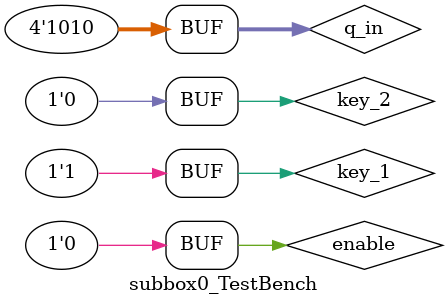
<source format=v>
module subbox0_TestBench; 

//inputs
reg		[3:0] q_in; 


//outputs
wire	[1:0] q_out; 
 

//Instantiate the Unit Under Test(UUT)
S0 uut (
	.q_in(q_in),
	.q_out(q_out));

initial 
	begin
$display("Commencing test procedure...");

//scenario 1 - KEY: 1010101010
	q_in = 4'b0111; 			//test input 
	#50; 
	if(cipher != 8'b01011001) $display("ERROR: cipher does not match in case 1!"); 
	else  $display("PASS: case 1!"); 

//clear out data
	enable = 1; #50;

//scenario 2 - KEY: 1010101010
	enable = 0; q_in = 8'b10101010; 			//test input 
	key_1 = 8'b11100100; key_2 = 8'b01010011; 
	#50; 
	if(cipher != 8'b01101011) $display("ERROR: cipher does not match in case 2!"); 
	else  $display("PASS: case 2!"); 
	
//clear out data
	enable = 1; #50;
	
//scenario 3 encrypt - KEY: 1011111101
	enable = 0; q_in = 8'b11111110; 			//test input 
	key_1 = 8'b11011111; key_2 = 8'b11111001; 
	#50; 
	if(cipher != 8'b11100110) $display("ERROR: cipher does not match in case 3!"); 
	else  $display("PASS: case 3!"); 

//clear out data
	enable = 1; #50;
	
//scenario 4 decrypt - KEY: 1011111101
	enable = 0; q_in = 8'b01111111; 			//test input 
	key_1 = 8'b11111001; key_2 = 8'b11011111; 
	#50; 
	if(cipher != 8'b00000000) $display("ERROR: cipher does not match in case 4!"); 
	else  $display("PASS: case 4!"); 
	
//clear out data
	enable = 1; #50;
	
//scenario 5 encrypt - KEY: 1111100000
	enable = 0; q_in = 8'b10011001; 			//test input 
	key_1 = 8'b10010100; key_2 = 8'b01010101; 
	#50; 
	if(cipher != 8'b00111100) $display("ERROR: cipher does not match in case 5!"); 
	else  $display("PASS: case 5!"); 
	
//clear out data
	enable = 1; #50;

//scenario 6 decrypt - KEY: 1111100000
	enable = 0; q_in = 8'b10101010; 			//test input 
	key_1 = 8'b01010101; key_2 = 8'b10010100; 
	#50; 
	if(cipher != 8'b01111010) $display("ERROR: cipher does not match in case 6!"); 
	else  $display("PASS: case 6!"); 

$display("Testing procedure completed!");
	end
endmodule 
</source>
